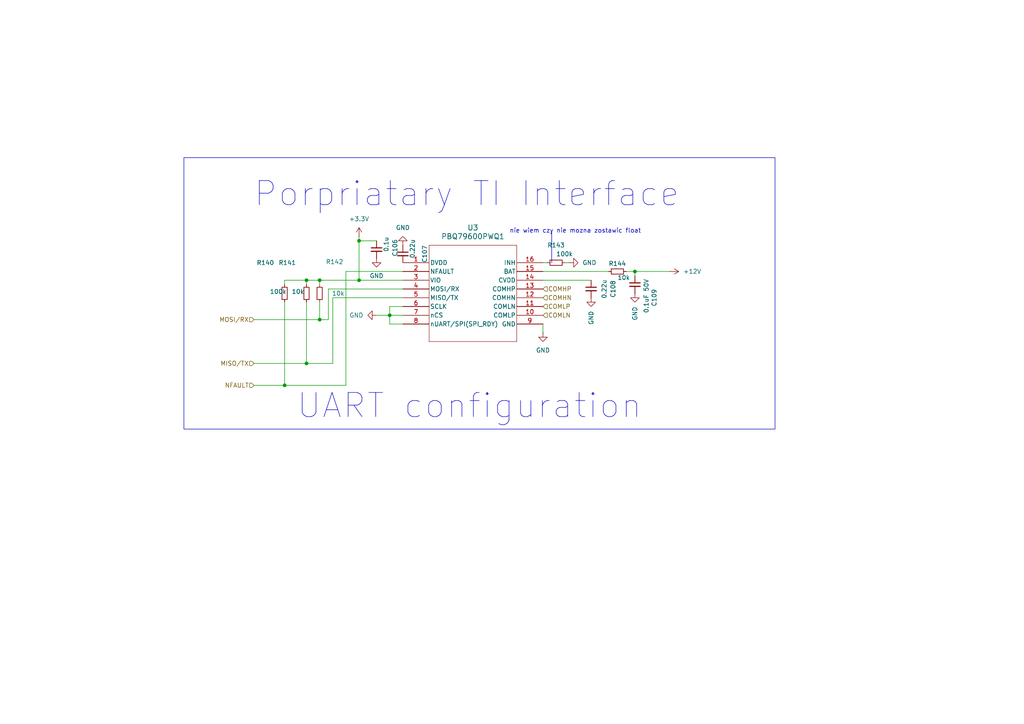
<source format=kicad_sch>
(kicad_sch (version 20231120) (generator "eeschema") (generator_version "8.0")
  (paper "A4")
  (lib_symbols
    (symbol "BQ79600-Q1:PBQ79600PWQ1" (pin_names (offset 0.254))
      (property "Reference" "U4" (at 20.32 10.16 0))
      (property "Value" "PBQ79600PWQ1" (at 20.32 7.62 0))
      (symbol "PBQ79600PWQ1_0_1"
        (polyline (pts (xy 7.62 -22.86) (xy 33.02 -22.86)) (stroke (width 0.127)))
        (polyline (pts (xy 7.62 5.08) (xy 7.62 -22.86)) (stroke (width 0.127)))
        (polyline (pts (xy 33.02 -22.86) (xy 33.02 5.08)) (stroke (width 0.127)))
        (polyline (pts (xy 33.02 5.08) (xy 7.62 5.08)) (stroke (width 0.127)))
      )
      (symbol "PBQ79600PWQ1_1_1"
        (pin unspecified line (at 0 0 0) (length 7.62) (name "DVDD") (number "1"))
        (pin unspecified line (at 40.64 -15.24 180) (length 7.62) (name "COMLP") (number "10"))
        (pin unspecified line (at 40.64 -12.7 180) (length 7.62) (name "COMLN") (number "11"))
        (pin unspecified line (at 40.64 -10.16 180) (length 7.62) (name "COMHN") (number "12"))
        (pin unspecified line (at 40.64 -7.62 180) (length 7.62) (name "COMHP") (number "13"))
        (pin unspecified line (at 40.64 -5.08 180) (length 7.62) (name "CVDD") (number "14"))
        (pin unspecified line (at 40.64 -2.54 180) (length 7.62) (name "BAT") (number "15"))
        (pin unspecified line (at 40.64 0 180) (length 7.62) (name "INH") (number "16"))
        (pin unspecified line (at 0 -2.54 0) (length 7.62) (name "NFAULT") (number "2"))
        (pin unspecified line (at 0 -5.08 0) (length 7.62) (name "VIO") (number "3"))
        (pin unspecified line (at 0 -7.62 0) (length 7.62) (name "MOSI/RX") (number "4"))
        (pin unspecified line (at 0 -10.16 0) (length 7.62) (name "MISO/TX") (number "5"))
        (pin unspecified line (at 0 -12.7 0) (length 7.62) (name "SCLK") (number "6"))
        (pin unspecified line (at 0 -15.24 0) (length 7.62) (name "nCS") (number "7"))
        (pin unspecified line (at 0 -17.78 0) (length 7.62) (name "nUART/SPI(SPI_RDY)") (number "8"))
        (pin unspecified line (at 40.64 -17.78 180) (length 7.62) (name "GND") (number "9"))
      )
    )
    (symbol "Device:C_Small" (pin_numbers hide) (pin_names (offset 0.254) hide)
      (property "Reference" "C" (at 0.254 1.778 0))
      (property "Value" "C_Small" (at 0.254 -2.032 0))
      (symbol "C_Small_0_1"
        (polyline (pts (xy -1.524 -0.508) (xy 1.524 -0.508)) (stroke (width 0.3302)))
        (polyline (pts (xy -1.524 0.508) (xy 1.524 0.508)) (stroke (width 0.3048)))
      )
      (symbol "C_Small_1_1"
        (pin passive line (at 0 2.54 270) (length 2.032) (name "~") (number "1"))
        (pin passive line (at 0 -2.54 90) (length 2.032) (name "~") (number "2"))
      )
    )
    (symbol "Device:R_Small" (pin_numbers hide) (pin_names (offset 0.254) hide)
      (property "Reference" "R" (at 0.762 0.508 0))
      (property "Value" "R_Small" (at 0.762 -1.016 0))
      (symbol "R_Small_0_1"
        (rectangle (start -0.762 1.778) (end 0.762 -1.778) (stroke (width 0.2032)))
      )
      (symbol "R_Small_1_1"
        (pin passive line (at 0 2.54 270) (length 0.762) (name "~") (number "1"))
        (pin passive line (at 0 -2.54 90) (length 0.762) (name "~") (number "2"))
      )
    )
    (symbol "power:+12V" (power) (pin_numbers hide) (pin_names (offset 0) hide)
      (property "Value" "+12V" (at 0 3.556 0))
      (symbol "+12V_0_1"
        (polyline (pts (xy -0.762 1.27) (xy 0 2.54)))
        (polyline (pts (xy 0 0) (xy 0 2.54)))
        (polyline (pts (xy 0 2.54) (xy 0.762 1.27)))
      )
      (symbol "+12V_1_1"
        (pin power_in line (at 0 0 90) (length 0) (name "~") (number "1"))
      )
    )
    (symbol "power:+3.3V" (power) (pin_numbers hide) (pin_names (offset 0) hide)
      (property "Value" "+3.3V" (at 0 3.556 0))
      (symbol "+3.3V_0_1"
        (polyline (pts (xy -0.762 1.27) (xy 0 2.54)))
        (polyline (pts (xy 0 0) (xy 0 2.54)))
        (polyline (pts (xy 0 2.54) (xy 0.762 1.27)))
      )
      (symbol "+3.3V_1_1"
        (pin power_in line (at 0 0 90) (length 0) (name "~") (number "1"))
      )
    )
    (symbol "power:GND" (power) (pin_numbers hide) (pin_names (offset 0) hide)
      (property "Value" "GND" (at 0 -3.81 0))
      (symbol "GND_0_1"
        (polyline (pts (xy 0 0) (xy 0 -1.27) (xy 1.27 -1.27) (xy 0 -2.54) (xy -1.27 -1.27) (xy 0 -1.27)))
      )
      (symbol "GND_1_1"
        (pin power_in line (at 0 0 270) (length 0) (name "~") (number "1"))
      )
    )
  )
  (junction (at 104.14 69.85))
  (junction (at 82.55 111.76))
  (junction (at 184.15 78.74))
  (junction (at 88.9 81.28))
  (junction (at 88.9 105.41))
  (junction (at 92.71 81.28))
  (junction (at 104.14 81.28))
  (junction (at 113.03 91.44))
  (junction (at 92.71 92.71))
  (wire (pts (xy 104.14 81.28) (xy 116.84 81.28)))
  (wire (pts (xy 104.14 69.85) (xy 104.14 81.28)))
  (wire (pts (xy 92.71 87.63) (xy 92.71 92.71)))
  (wire (pts (xy 184.15 78.74) (xy 194.31 78.74)))
  (wire (pts (xy 82.55 81.28) (xy 88.9 81.28)))
  (wire (pts (xy 82.55 111.76) (xy 100.33 111.76)))
  (wire (pts (xy 95.25 83.82) (xy 95.25 92.71)))
  (wire (pts (xy 95.25 92.71) (xy 92.71 92.71)))
  (wire (pts (xy 73.66 92.71) (xy 92.71 92.71)))
  (wire (pts (xy 184.15 80.01) (xy 184.15 78.74)))
  (wire (pts (xy 96.52 86.36) (xy 96.52 105.41)))
  (wire (pts (xy 158.75 76.2) (xy 157.48 76.2)))
  (wire (pts (xy 88.9 105.41) (xy 96.52 105.41)))
  (wire (pts (xy 157.48 93.98) (xy 157.48 96.52)))
  (polyline (pts (xy 160.02 67.31) (xy 160.02 76.2)))
  (wire (pts (xy 92.71 82.55) (xy 92.71 81.28)))
  (wire (pts (xy 109.22 91.44) (xy 113.03 91.44)))
  (wire (pts (xy 88.9 82.55) (xy 88.9 81.28)))
  (wire (pts (xy 92.71 81.28) (xy 104.14 81.28)))
  (wire (pts (xy 88.9 105.41) (xy 73.66 105.41)))
  (wire (pts (xy 113.03 91.44) (xy 116.84 91.44)))
  (wire (pts (xy 116.84 86.36) (xy 96.52 86.36)))
  (wire (pts (xy 82.55 111.76) (xy 73.66 111.76)))
  (wire (pts (xy 82.55 82.55) (xy 82.55 81.28)))
  (wire (pts (xy 82.55 87.63) (xy 82.55 111.76)))
  (wire (pts (xy 171.45 81.28) (xy 157.48 81.28)))
  (wire (pts (xy 165.1 76.2) (xy 163.83 76.2)))
  (wire (pts (xy 116.84 88.9) (xy 113.03 88.9)))
  (wire (pts (xy 116.84 83.82) (xy 95.25 83.82)))
  (wire (pts (xy 88.9 81.28) (xy 92.71 81.28)))
  (wire (pts (xy 88.9 87.63) (xy 88.9 105.41)))
  (wire (pts (xy 104.14 69.85) (xy 109.22 69.85)))
  (wire (pts (xy 184.15 78.74) (xy 181.61 78.74)))
  (wire (pts (xy 100.33 78.74) (xy 100.33 111.76)))
  (wire (pts (xy 116.84 93.98) (xy 113.03 93.98)))
  (wire (pts (xy 104.14 68.58) (xy 104.14 69.85)))
  (wire (pts (xy 176.53 78.74) (xy 157.48 78.74)))
  (wire (pts (xy 113.03 93.98) (xy 113.03 91.44)))
  (wire (pts (xy 100.33 78.74) (xy 116.84 78.74)))
  (wire (pts (xy 113.03 88.9) (xy 113.03 91.44)))
  (rectangle (start 53.34 45.72) (end 224.79 124.46))
  (text "Porpriatary TI Interface\n" (at 135.382 56.388 0) (effects (font (size 7 7))))
  (text "UART configuration\n" (at 136.144 117.856 0) (effects (font (size 7 7))))
  (text "nie wiem czy nie mozna zostawic float\n" (at 166.878 67.056 0) (effects (font (size 1.27 1.27))))
  (hierarchical_label "COMHN" (shape input) (at 157.48 86.36 0))
  (hierarchical_label "COMLN" (shape input) (at 157.48 91.44 0))
  (hierarchical_label "MOSI{slash}RX" (shape input) (at 73.66 92.71 180))
  (hierarchical_label "COMLP" (shape input) (at 157.48 88.9 0))
  (hierarchical_label "COMHP" (shape input) (at 157.48 83.82 0))
  (hierarchical_label "MISO{slash}TX" (shape input) (at 73.66 105.41 180))
  (hierarchical_label "NFAULT" (shape input) (at 73.66 111.76 180))
  (symbol (lib_id "Device:R_Small") (at 92.71 85.09 180) (unit 1)
    (property "Reference" "R142" (at 94.488 75.946 0) (effects (justify right)))
    (property "Value" "10k" (at 96.266 85.09 0) (effects (justify right)))
    (property "Footprint" "Resistor_SMD:R_0603_1608Metric_Pad0.98x0.95mm_HandSolder" (effects (hide yes)))
    (property "Datasheet" "https://www.mouser.pl/ProductDetail/Vishay-Dale/CRCW060310K0FKEI?qs=sGAEpiMZZMvdGkrng054t8tsKUCh5%2FbYoR58PzIQdJA%3D" (effects (hide yes)))
    (property "Description" "Resistor, small symbol" (effects (hide yes)))
  )
  (symbol (lib_id "Device:R_Small") (at 88.9 85.09 180) (unit 1)
    (property "Reference" "R141" (at 80.772 76.2 0) (effects (justify right)))
    (property "Value" "10k" (at 84.582 84.582 0) (effects (justify right)))
    (property "Footprint" "Resistor_SMD:R_0603_1608Metric_Pad0.98x0.95mm_HandSolder" (effects (hide yes)))
    (property "Datasheet" "https://www.mouser.pl/ProductDetail/Vishay-Dale/CRCW060310K0FKEI?qs=sGAEpiMZZMvdGkrng054t8tsKUCh5%2FbYoR58PzIQdJA%3D" (effects (hide yes)))
    (property "Description" "Resistor, small symbol" (effects (hide yes)))
  )
  (symbol (lib_id "Device:C_Small") (at 109.22 72.39 0) (unit 1)
    (property "Reference" "C106" (at 114.554 71.882 90))
    (property "Value" "0.1u" (at 112.014 70.866 90))
    (property "Footprint" "Capacitor_SMD:C_0603_1608Metric_Pad1.08x0.95mm_HandSolder" (effects (hide yes)))
    (property "Datasheet" "https://www.mouser.pl/ProductDetail/TAIYO-YUDEN/MAJCU168BB7104KTEA01?qs=ZcfC38r4PovJ4zMRJqa98Q%3D%3D" (effects (hide yes)))
    (property "Description" "Unpolarized capacitor, small symbol" (effects (hide yes)))
  )
  (symbol (lib_id "BQ79600-Q1:PBQ79600PWQ1") (at 116.84 76.2 0) (unit 1)
    (property "Reference" "U3" (at 137.16 66.04 0) (effects (font (size 1.524 1.524))))
    (property "Value" "PBQ79600PWQ1" (at 137.16 68.58 0) (effects (font (size 1.524 1.524))))
    (property "Footprint" "footrpint:BQ79600-Q1" (effects (hide yes)))
    (property "Datasheet" "https://www.mouser.pl/ProductDetail/Texas-Instruments/BQ79600PWRQ1?qs=bAKSY%2FctAC74v4PXQeVHrA%3D%3D" (effects (hide yes)))
  )
  (symbol (lib_id "Device:R_Small") (at 161.29 76.2 90) (unit 1)
    (property "Reference" "R143" (at 161.29 71.12 90))
    (property "Value" "100k" (at 161.29 73.66 90) (effects (justify right)))
    (property "Footprint" "Resistor_SMD:R_0603_1608Metric_Pad0.98x0.95mm_HandSolder" (effects (hide yes)))
    (property "Datasheet" "https://www.mouser.pl/ProductDetail/Panasonic/ERA-3AED104V?qs=sGAEpiMZZMvdGkrng054t5mej2KPdPuFer%252BmkwOaGAY%3D" (effects (hide yes)))
    (property "Description" "Resistor, small symbol" (effects (hide yes)))
  )
  (symbol (lib_id "power:GND") (at 171.45 86.36 0) (unit 1)
    (property "Reference" "#PWR091" (effects (hide yes)))
    (property "Value" "GND" (at 171.4501 90.17 90) (effects (justify right)))
    (property "Description" "Power symbol creates a global label with name \"GND\" , ground" (effects (hide yes)))
  )
  (symbol (lib_id "power:GND") (at 165.1 76.2 90) (unit 1)
    (property "Reference" "#PWR090" (effects (hide yes)))
    (property "Value" "GND" (at 168.91 76.1999 90) (effects (justify right)))
    (property "Description" "Power symbol creates a global label with name \"GND\" , ground" (effects (hide yes)))
  )
  (symbol (lib_id "Device:C_Small") (at 184.15 82.55 0) (unit 1)
    (property "Reference" "C109" (at 189.738 86.36 90))
    (property "Value" "0.1uF 50V" (at 187.452 85.852 90))
    (property "Footprint" "Capacitor_SMD:C_0603_1608Metric_Pad1.08x0.95mm_HandSolder" (effects (hide yes)))
    (property "Datasheet" "https://www.mouser.pl/ProductDetail/TAIYO-YUDEN/MAJCU168BB7104KTEA01?qs=ZcfC38r4PovJ4zMRJqa98Q%3D%3D" (effects (hide yes)))
    (property "Description" "Unpolarized capacitor, small symbol" (effects (hide yes)))
  )
  (symbol (lib_id "Device:R_Small") (at 82.55 85.09 180) (unit 1)
    (property "Reference" "R140" (at 74.422 76.2 0) (effects (justify right)))
    (property "Value" "100k" (at 78.232 84.582 0) (effects (justify right)))
    (property "Footprint" "Resistor_SMD:R_0603_1608Metric_Pad0.98x0.95mm_HandSolder" (effects (hide yes)))
    (property "Datasheet" "https://www.mouser.pl/ProductDetail/Panasonic/ERA-3AED104V?qs=sGAEpiMZZMvdGkrng054t5mej2KPdPuFer%252BmkwOaGAY%3D" (effects (hide yes)))
    (property "Description" "Resistor, small symbol" (effects (hide yes)))
  )
  (symbol (lib_id "power:GND") (at 109.22 74.93 0) (unit 1)
    (property "Reference" "#PWR086" (effects (hide yes)))
    (property "Value" "GND" (at 109.22 80.01 0))
    (property "Description" "Power symbol creates a global label with name \"GND\" , ground" (effects (hide yes)))
  )
  (symbol (lib_id "power:GND") (at 157.48 96.52 0) (unit 1)
    (property "Reference" "#PWR089" (effects (hide yes)))
    (property "Value" "GND" (at 157.48 101.6 0))
    (property "Description" "Power symbol creates a global label with name \"GND\" , ground" (effects (hide yes)))
  )
  (symbol (lib_id "power:GND") (at 109.22 91.44 270) (unit 1)
    (property "Reference" "#PWR087" (effects (hide yes)))
    (property "Value" "GND" (at 105.41 91.4399 90) (effects (justify right)))
    (property "Description" "Power symbol creates a global label with name \"GND\" , ground" (effects (hide yes)))
  )
  (symbol (lib_id "Device:C_Small") (at 171.45 83.82 0) (unit 1)
    (property "Reference" "C108" (at 177.8 83.8263 90))
    (property "Value" "0.22u" (at 175.26 83.8263 90))
    (property "Footprint" "Capacitor_SMD:C_0603_1608Metric_Pad1.08x0.95mm_HandSolder" (effects (hide yes)))
    (property "Datasheet" "https://www.mouser.pl/ProductDetail/TAIYO-YUDEN/MBASH168SC7224KTCA01?qs=sGAEpiMZZMsh%252B1woXyUXj3XUfju0vRpj9f9rQngL7R4%3D" (effects (hide yes)))
    (property "Description" "Unpolarized capacitor, small symbol" (effects (hide yes)))
  )
  (symbol (lib_id "power:+3.3V") (at 104.14 68.58 0) (unit 1)
    (property "Reference" "#PWR085" (effects (hide yes)))
    (property "Value" "+3.3V" (at 104.14 63.5 0))
    (property "Description" "Power symbol creates a global label with name \"+3.3V\"" (effects (hide yes)))
  )
  (symbol (lib_id "Device:R_Small") (at 179.07 78.74 90) (unit 1)
    (property "Reference" "R144" (at 179.07 76.454 90))
    (property "Value" "10k" (at 179.07 80.518 90) (effects (justify right)))
    (property "Footprint" "Resistor_SMD:R_0603_1608Metric_Pad0.98x0.95mm_HandSolder" (effects (hide yes)))
    (property "Datasheet" "https://www.mouser.pl/ProductDetail/Vishay-Dale/CRCW060310K0FKEI?qs=sGAEpiMZZMvdGkrng054t8tsKUCh5%2FbYoR58PzIQdJA%3D" (effects (hide yes)))
    (property "Description" "Resistor, small symbol" (effects (hide yes)))
  )
  (symbol (lib_id "power:GND") (at 184.15 85.09 0) (unit 1)
    (property "Reference" "#PWR092" (effects (hide yes)))
    (property "Value" "GND" (at 184.1501 88.9 90) (effects (justify right)))
    (property "Description" "Power symbol creates a global label with name \"GND\" , ground" (effects (hide yes)))
  )
  (symbol (lib_id "Device:C_Small") (at 116.84 73.66 0) (unit 1)
    (property "Reference" "C107" (at 123.19 73.6663 90))
    (property "Value" "0.22u" (at 119.634 72.136 90))
    (property "Footprint" "Capacitor_SMD:C_0603_1608Metric_Pad1.08x0.95mm_HandSolder" (effects (hide yes)))
    (property "Datasheet" "https://www.mouser.pl/ProductDetail/TAIYO-YUDEN/MBASH168SC7224KTCA01?qs=sGAEpiMZZMsh%252B1woXyUXj3XUfju0vRpj9f9rQngL7R4%3D" (effects (hide yes)))
    (property "Description" "Unpolarized capacitor, small symbol" (effects (hide yes)))
  )
  (symbol (lib_id "power:+12V") (at 194.31 78.74 270) (unit 1)
    (property "Reference" "#PWR093" (effects (hide yes)))
    (property "Value" "+12V" (at 198.12 78.7399 90) (effects (justify left)))
    (property "Description" "Power symbol creates a global label with name \"+12V\"" (effects (hide yes)))
  )
  (symbol (lib_id "power:GND") (at 116.84 71.12 180) (unit 1)
    (property "Reference" "#PWR088" (effects (hide yes)))
    (property "Value" "GND" (at 116.84 66.04 0))
    (property "Description" "Power symbol creates a global label with name \"GND\" , ground" (effects (hide yes)))
  )
)
</source>
